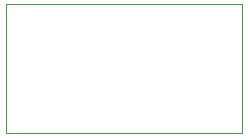
<source format=gm1>
G04 #@! TF.GenerationSoftware,KiCad,Pcbnew,(5.1.2)-1*
G04 #@! TF.CreationDate,2023-06-08T23:46:24+09:00*
G04 #@! TF.ProjectId,ma73x,6d613733-782e-46b6-9963-61645f706362,v1.1*
G04 #@! TF.SameCoordinates,Original*
G04 #@! TF.FileFunction,Profile,NP*
%FSLAX46Y46*%
G04 Gerber Fmt 4.6, Leading zero omitted, Abs format (unit mm)*
G04 Created by KiCad (PCBNEW (5.1.2)-1) date 2023-06-08 23:46:24*
%MOMM*%
%LPD*%
G04 APERTURE LIST*
%ADD10C,0.050000*%
G04 APERTURE END LIST*
D10*
X150000000Y-95000000D02*
X150000000Y-84000000D01*
X170000000Y-95000000D02*
X150000000Y-95000000D01*
X170000000Y-84000000D02*
X170000000Y-95000000D01*
X150000000Y-84000000D02*
X170000000Y-84000000D01*
M02*

</source>
